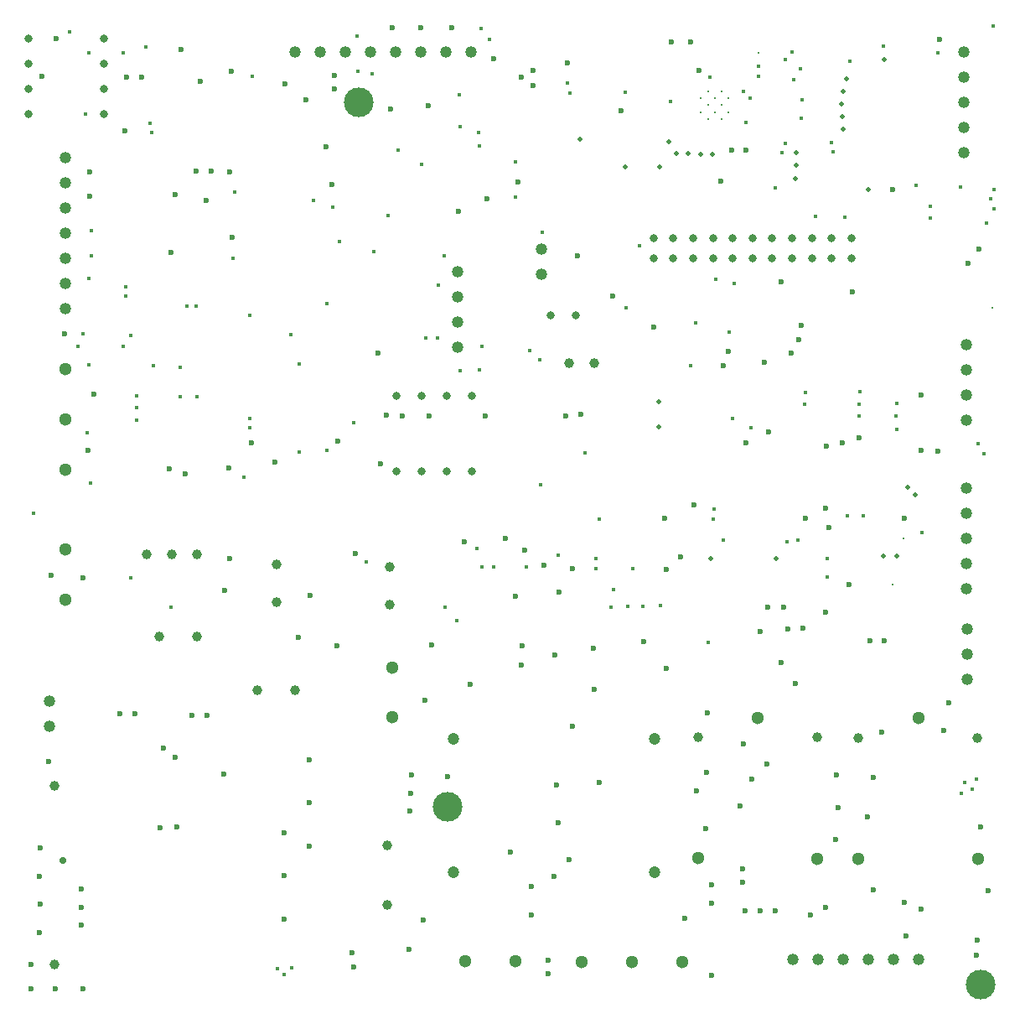
<source format=gbr>
%TF.GenerationSoftware,KiCad,Pcbnew,8.0.2-8.0.2-0~ubuntu22.04.1*%
%TF.CreationDate,2024-05-25T10:02:18+03:30*%
%TF.ProjectId,test,74657374-2e6b-4696-9361-645f70636258,rev?*%
%TF.SameCoordinates,Original*%
%TF.FileFunction,Plated,1,2,PTH,Drill*%
%TF.FilePolarity,Positive*%
%FSLAX46Y46*%
G04 Gerber Fmt 4.6, Leading zero omitted, Abs format (unit mm)*
G04 Created by KiCad (PCBNEW 8.0.2-8.0.2-0~ubuntu22.04.1) date 2024-05-25 10:02:18*
%MOMM*%
%LPD*%
G01*
G04 APERTURE LIST*
%TA.AperFunction,ComponentDrill*%
%ADD10C,0.200000*%
%TD*%
%TA.AperFunction,ViaDrill*%
%ADD11C,0.300000*%
%TD*%
%TA.AperFunction,ViaDrill*%
%ADD12C,0.400000*%
%TD*%
%TA.AperFunction,ViaDrill*%
%ADD13C,0.500000*%
%TD*%
%TA.AperFunction,ComponentDrill*%
%ADD14C,0.500000*%
%TD*%
%TA.AperFunction,ViaDrill*%
%ADD15C,0.600000*%
%TD*%
%TA.AperFunction,ComponentDrill*%
%ADD16C,0.600000*%
%TD*%
%TA.AperFunction,ViaDrill*%
%ADD17C,0.700000*%
%TD*%
%TA.AperFunction,ComponentDrill*%
%ADD18C,0.800000*%
%TD*%
%TA.AperFunction,ComponentDrill*%
%ADD19C,1.000000*%
%TD*%
%TA.AperFunction,ComponentDrill*%
%ADD20C,1.190000*%
%TD*%
%TA.AperFunction,ComponentDrill*%
%ADD21C,1.200000*%
%TD*%
%TA.AperFunction,ComponentDrill*%
%ADD22C,1.300000*%
%TD*%
%TA.AperFunction,ViaDrill*%
%ADD23C,3.000000*%
%TD*%
G04 APERTURE END LIST*
D10*
%TO.C,U1*%
X69460000Y-8060000D03*
X69460000Y-9460000D03*
X70160000Y-7360000D03*
X70160000Y-8760000D03*
X70160000Y-10160000D03*
X70860000Y-8060000D03*
X70860000Y-9460000D03*
X71560000Y-7360000D03*
X71560000Y-8760000D03*
X71560000Y-10160000D03*
X72260000Y-8060000D03*
X72260000Y-9460000D03*
%TD*%
D11*
X75300000Y-3480000D03*
X88820680Y-57161440D03*
X89900000Y-52540000D03*
X98890000Y-29230000D03*
D12*
X2040000Y-50000000D03*
X5690000Y-1360000D03*
X6530000Y-33080000D03*
X7010000Y-31830000D03*
X7240000Y-9650000D03*
X7480000Y-41870000D03*
X7650000Y-26250000D03*
X7650000Y-34980000D03*
X7660000Y-3470000D03*
X7790000Y-46880000D03*
X7840000Y-23950000D03*
X7880000Y-21440000D03*
X11050000Y-3480000D03*
X11090000Y-33140000D03*
X11340000Y-27090000D03*
X11340000Y-28070000D03*
X11830000Y-56530000D03*
X11860000Y-31990000D03*
X12440000Y-38120000D03*
X12440000Y-39260000D03*
X12470000Y-40610000D03*
X13380000Y-2870000D03*
X13820000Y-10600000D03*
X14000000Y-11530000D03*
X14125000Y-35075000D03*
X15910000Y-59490000D03*
X16810000Y-38230000D03*
X16820000Y-35240000D03*
X17500000Y-29050000D03*
X18430000Y-29040000D03*
X18520000Y-38220000D03*
X22150000Y-24240000D03*
X22320000Y-17540000D03*
X23290000Y-46320000D03*
X23870000Y-41340000D03*
X23890000Y-40370000D03*
X23900000Y-29980000D03*
X24090000Y-5850000D03*
X26630000Y-95920000D03*
X27370000Y-96500000D03*
X28060000Y-31940000D03*
X28120000Y-95820000D03*
X28890000Y-34900000D03*
X28890000Y-43800000D03*
X30307029Y-18397805D03*
X31690000Y-28780000D03*
X31700000Y-43640000D03*
X32220000Y-19100000D03*
X32910000Y-22510000D03*
X34360000Y-40830000D03*
X34710000Y-1800000D03*
X34800000Y-5310000D03*
X35620000Y-54850000D03*
X36240000Y-5570000D03*
X36380000Y-23570000D03*
X37860000Y-19880000D03*
X38830000Y-13320000D03*
X41220000Y-14770000D03*
X41660000Y-32240000D03*
X42840000Y-32270000D03*
X42900000Y-26930000D03*
X43480000Y-23940000D03*
X43620000Y-59460000D03*
X44830000Y-60820000D03*
X45020000Y-7690000D03*
X45120000Y-10910000D03*
X45120000Y-35560000D03*
X46810000Y-53490000D03*
X47030000Y-11500000D03*
X47040000Y-12890000D03*
X47100000Y-35490000D03*
X47240000Y-1000000D03*
X47290000Y-55400000D03*
X47340000Y-33140000D03*
X48080000Y-2140000D03*
X48530000Y-55390000D03*
X50700000Y-14530000D03*
X50730000Y-18050000D03*
X51820000Y-55390000D03*
X52140000Y-33550000D03*
X53180000Y-34450000D03*
X53230000Y-47110000D03*
X53440000Y-21580000D03*
X55050000Y-54170000D03*
X55940000Y-6520000D03*
X56220000Y-7520000D03*
X57770000Y-43840000D03*
X58810000Y-54510000D03*
X58850000Y-55600000D03*
X59140000Y-50540000D03*
X60400000Y-59430000D03*
X60600000Y-57640000D03*
X61810000Y-7500000D03*
X61890000Y-29190000D03*
X62070000Y-59390000D03*
X62530000Y-55600000D03*
X63220000Y-23000000D03*
X63580000Y-59360000D03*
X65390000Y-59290000D03*
X66360000Y-8390000D03*
X68390000Y-35060000D03*
X68960000Y-30780000D03*
X70170000Y-62970000D03*
X70380000Y-5970000D03*
X70670000Y-50550000D03*
X70800000Y-49550000D03*
X70950000Y-26350000D03*
X71720000Y-52660000D03*
X72280000Y-31640000D03*
X72650000Y-40430000D03*
X72830000Y-26730000D03*
X73720000Y-7370000D03*
X73970000Y-10520000D03*
X74460000Y-8020000D03*
X74500000Y-41300000D03*
X75230000Y-4870000D03*
X75230000Y-5850000D03*
X76920000Y-17140000D03*
X77640000Y-13580000D03*
X78000000Y-4190000D03*
X78010000Y-12590000D03*
X78110000Y-52880000D03*
X78620000Y-3430000D03*
X78860000Y-6220000D03*
X79220000Y-52690000D03*
X79470000Y-5060000D03*
X79570000Y-10050000D03*
X79690000Y-8230000D03*
X79930000Y-39000000D03*
X79980000Y-37790000D03*
X81020000Y-19960000D03*
X82200000Y-56370000D03*
X82240000Y-54500000D03*
X82650000Y-12510000D03*
X82800000Y-13510000D03*
X83990000Y-20070000D03*
X84240000Y-50260000D03*
X84460000Y-4300000D03*
X85400000Y-40150000D03*
X85440000Y-38940000D03*
X85500000Y-37710000D03*
X85890000Y-50260000D03*
X87920000Y-2790000D03*
X89190000Y-40140000D03*
X89200000Y-41530000D03*
X89210000Y-38860000D03*
X91160000Y-16900000D03*
X91820000Y-51900000D03*
X92630000Y-20130000D03*
X92660000Y-19010000D03*
X93410000Y-3480000D03*
X95700000Y-17060000D03*
X95750000Y-78230000D03*
X96080000Y-77140000D03*
X96890000Y-77860000D03*
X97310000Y-76800000D03*
X97420000Y-42920000D03*
X98060000Y-43920000D03*
X98340000Y-20650000D03*
X98750000Y-18180000D03*
X99000000Y-810000D03*
X99040000Y-19230000D03*
X99060000Y-17250000D03*
D13*
X57210000Y-12220000D03*
X61790000Y-15000000D03*
X65250000Y-15000000D03*
X66176898Y-12500000D03*
X66976898Y-13610000D03*
X68180000Y-13680000D03*
X69390529Y-13694292D03*
X70470000Y-54510000D03*
X70590000Y-13730000D03*
X77050000Y-54550000D03*
X79020000Y-16160000D03*
X79060000Y-13600000D03*
X79060000Y-14860000D03*
X83690000Y-8660000D03*
X83740000Y-9930000D03*
X83780000Y-7390000D03*
X83780000Y-11200000D03*
X84200000Y-6120000D03*
X86350000Y-17260000D03*
X87850000Y-54260000D03*
X87960000Y-4130000D03*
X89240000Y-54260000D03*
X90320000Y-47330000D03*
X91120000Y-48140000D03*
D14*
%TO.C,lse1*%
X65160000Y-38700000D03*
X65160000Y-41240000D03*
%TD*%
D15*
X1750000Y-95490000D03*
X1750000Y-97950000D03*
X2650000Y-86630000D03*
X2650000Y-92290000D03*
X2700000Y-83790000D03*
X2700000Y-89450000D03*
X2840000Y-5900000D03*
X3590000Y-75030000D03*
X3820000Y-56250000D03*
X4270000Y-97970000D03*
X4290000Y-2010000D03*
X5160000Y-31880000D03*
X6830000Y-87910000D03*
X6850000Y-89770000D03*
X6850000Y-91500000D03*
X7020000Y-56490000D03*
X7040000Y-97970000D03*
X7530000Y-43600000D03*
X7705803Y-15542581D03*
X7710000Y-17960000D03*
X8100000Y-37920000D03*
X11260000Y-11400000D03*
X11440000Y-5920000D03*
X12950000Y-5930000D03*
X14820000Y-81700000D03*
X15120000Y-73680000D03*
X15770000Y-45450000D03*
X15920000Y-23670000D03*
X16310000Y-74610000D03*
X16326141Y-17833859D03*
X16540000Y-81660000D03*
X16920000Y-3160000D03*
X17340000Y-46010000D03*
X18440000Y-15430000D03*
X18890000Y-6330000D03*
X19470000Y-18380000D03*
X19980000Y-15415002D03*
X21220000Y-76320000D03*
X21370000Y-57720000D03*
X21800000Y-45370000D03*
X21860000Y-54500000D03*
X21880000Y-15500000D03*
X22030000Y-5380000D03*
X22120000Y-22080000D03*
X24010000Y-42830000D03*
X26458248Y-44801752D03*
X27330000Y-82260000D03*
X27330000Y-86570000D03*
X27330000Y-90920000D03*
X27390000Y-6580000D03*
X28770000Y-62510000D03*
X29510000Y-8250000D03*
X29890000Y-74890000D03*
X29890000Y-79200000D03*
X29890000Y-83550000D03*
X29950000Y-58240000D03*
X31610000Y-13010000D03*
X32150000Y-16780000D03*
X32400000Y-5740000D03*
X32420000Y-7170000D03*
X32680000Y-63350000D03*
X32760000Y-42680000D03*
X34240000Y-94340000D03*
X34340000Y-95740000D03*
X34560000Y-54050000D03*
X36800000Y-33760000D03*
X37120000Y-44940000D03*
X37660000Y-40100000D03*
X38140000Y-9120000D03*
X38230000Y-920000D03*
X39290000Y-40130000D03*
X39940000Y-94020000D03*
X40070000Y-80050000D03*
X40140000Y-78210000D03*
X40240000Y-76360000D03*
X41170000Y-920000D03*
X41380000Y-91030000D03*
X41580000Y-68830000D03*
X41880000Y-8850000D03*
X41960000Y-40180000D03*
X42280000Y-63250000D03*
X43830000Y-76590000D03*
X44300000Y-920000D03*
X44933502Y-19460001D03*
X45510000Y-52890000D03*
X46140000Y-67280000D03*
X47670000Y-40170000D03*
X47870000Y-18200000D03*
X48490000Y-4100000D03*
X49740000Y-52490000D03*
X50220000Y-84140000D03*
X50720000Y-58370000D03*
X51000000Y-16500000D03*
X51270000Y-65300000D03*
X51300000Y-5910000D03*
X51430000Y-63350000D03*
X51610000Y-53680000D03*
X52290000Y-90560000D03*
X52330000Y-87680000D03*
X52480000Y-6820000D03*
X52500000Y-5280000D03*
X53610000Y-55210000D03*
X54000000Y-95090000D03*
X54040000Y-96470000D03*
X54580000Y-86600000D03*
X54670000Y-64260000D03*
X54840000Y-77420000D03*
X55030000Y-81170000D03*
X55150000Y-57940000D03*
X55760000Y-40110000D03*
X56000000Y-4500000D03*
X56130000Y-84900000D03*
X56450000Y-55590000D03*
X56500000Y-71500000D03*
X57000000Y-24000000D03*
X57360000Y-39960000D03*
X58560000Y-63640000D03*
X58690000Y-67750000D03*
X59140000Y-77170000D03*
X60500000Y-28000000D03*
X61360000Y-9290000D03*
X63690000Y-62900000D03*
X64653248Y-31183248D03*
X65800000Y-50440000D03*
X65924860Y-55674787D03*
X65990000Y-65600000D03*
X66490000Y-2370000D03*
X67410000Y-54370000D03*
X67850000Y-90860000D03*
X68440000Y-2350000D03*
X68740000Y-49090000D03*
X69040000Y-78030000D03*
X69274294Y-5250458D03*
X69920000Y-81770000D03*
X69990000Y-76130000D03*
X70110000Y-70120000D03*
X70530000Y-89380000D03*
X70540000Y-87450000D03*
X70540000Y-96600000D03*
X71500000Y-16450000D03*
X71700000Y-35080000D03*
X72230000Y-33600000D03*
X72560000Y-13300000D03*
X73400000Y-79500000D03*
X73640000Y-85830000D03*
X73640000Y-87260000D03*
X73780000Y-73270000D03*
X73930000Y-90080000D03*
X73980000Y-13280000D03*
X74000000Y-42880000D03*
X74620000Y-76800000D03*
X75430000Y-61890000D03*
X75460000Y-90120000D03*
X75830000Y-34690000D03*
X76130000Y-75270000D03*
X76180000Y-59450000D03*
X76270000Y-41730000D03*
X76990000Y-90120000D03*
X77560000Y-65050000D03*
X77570000Y-26560000D03*
X77830000Y-59450000D03*
X78200000Y-61630000D03*
X78610000Y-33820000D03*
X78980000Y-67120000D03*
X79300000Y-32410000D03*
X79590000Y-30990000D03*
X79790000Y-61610000D03*
X80000000Y-50500000D03*
X80560000Y-90530000D03*
X82000000Y-49500000D03*
X82000000Y-60000000D03*
X82080000Y-89730000D03*
X82140000Y-43220000D03*
X82350000Y-51440000D03*
X83090000Y-82870000D03*
X83160000Y-76400000D03*
X83290000Y-79660000D03*
X83710000Y-42850000D03*
X84433248Y-57203248D03*
X84760000Y-27640000D03*
X85430000Y-42380000D03*
X86260000Y-80650000D03*
X86490000Y-62870000D03*
X86890000Y-76620000D03*
X86900000Y-87980000D03*
X87740000Y-72040000D03*
X87940000Y-62850000D03*
X88838248Y-17298248D03*
X89980000Y-50500000D03*
X90040000Y-89250000D03*
X90180000Y-92680000D03*
X91690000Y-43650000D03*
X91720000Y-89960000D03*
X91730000Y-38040000D03*
X93350000Y-43680000D03*
X93530000Y-2100000D03*
X93940000Y-71890000D03*
X94480000Y-69120000D03*
X96460000Y-24710000D03*
X97320000Y-94560000D03*
X97330000Y-93060000D03*
X97560000Y-23260000D03*
X97710000Y-81630000D03*
X98470000Y-88110000D03*
D16*
%TO.C,C1*%
X10770000Y-70230000D03*
X12270000Y-70230000D03*
%TO.C,C2*%
X18040000Y-70390000D03*
X19540000Y-70390000D03*
%TD*%
D17*
X5000000Y-85000000D03*
D18*
%TO.C,HS1*%
X1500000Y-2090000D03*
X1500000Y-4630000D03*
X1500000Y-7170000D03*
X1500000Y-9710000D03*
X9120000Y-2090000D03*
X9120000Y-4630000D03*
X9120000Y-7170000D03*
X9120000Y-9710000D03*
%TO.C,HS2*%
X38690000Y-38132500D03*
X38690000Y-45752500D03*
X41230000Y-38132500D03*
X41230000Y-45752500D03*
X43770000Y-38132500D03*
X43770000Y-45752500D03*
X46310000Y-38132500D03*
X46310000Y-45752500D03*
%TO.C,IO3S*%
X54250000Y-30000000D03*
X56790000Y-30000000D03*
%TO.C,espio1*%
X64660000Y-22210000D03*
X64660000Y-24210000D03*
X66660000Y-22210000D03*
X66660000Y-24210000D03*
X68660000Y-22210000D03*
X68660000Y-24210000D03*
X70660000Y-22210000D03*
X70660000Y-24210000D03*
X72660000Y-22210000D03*
X72660000Y-24210000D03*
X74660000Y-22210000D03*
X74660000Y-24210000D03*
X76660000Y-22210000D03*
X76660000Y-24210000D03*
X78660000Y-22210000D03*
X78660000Y-24210000D03*
X80660000Y-22210000D03*
X80660000Y-24210000D03*
X82660000Y-22210000D03*
X82660000Y-24210000D03*
X84660000Y-22210000D03*
X84660000Y-24210000D03*
D19*
%TO.C,PS1*%
X4157500Y-77487500D03*
X4157500Y-95487500D03*
%TO.C,pwrsel*%
X13495000Y-54150000D03*
%TO.C,crs2*%
X14730000Y-62380000D03*
%TO.C,pwrsel*%
X16035000Y-54150000D03*
%TO.C,crs2*%
X18530000Y-62380000D03*
%TO.C,pwrsel*%
X18575000Y-54150000D03*
%TO.C,crs1*%
X24670000Y-67850000D03*
%TO.C,cr3*%
X26550000Y-55165354D03*
X26550000Y-58965354D03*
%TO.C,crs1*%
X28470000Y-67850000D03*
%TO.C,PS1*%
X37757500Y-83487500D03*
X37757500Y-89487500D03*
%TO.C,cr2*%
X37980000Y-55430000D03*
X37980000Y-59230000D03*
%TO.C,mcur1*%
X56125000Y-34820000D03*
X58665000Y-34820000D03*
%TO.C,relay2*%
X69160000Y-72590000D03*
X81160000Y-72590000D03*
%TO.C,relay1*%
X85370000Y-72620000D03*
X97370000Y-72620000D03*
D20*
%TO.C,24in*%
X3680000Y-68950000D03*
X3680000Y-71490000D03*
%TO.C,DIN*%
X5250000Y-14100000D03*
X5250000Y-16640000D03*
X5250000Y-19180000D03*
X5250000Y-21720000D03*
X5250000Y-24260000D03*
X5250000Y-26800000D03*
X5250000Y-29340000D03*
%TO.C,DDO1*%
X28440000Y-3380000D03*
X30980000Y-3380000D03*
X33520000Y-3380000D03*
X36060000Y-3380000D03*
X38600000Y-3380000D03*
X41140000Y-3380000D03*
X43680000Y-3380000D03*
%TO.C,iso5*%
X44900000Y-25560000D03*
X44900000Y-28100000D03*
X44900000Y-30640000D03*
X44900000Y-33180000D03*
%TO.C,DDO1*%
X46220000Y-3380000D03*
%TO.C,usb1*%
X53360000Y-23300000D03*
X53360000Y-25840000D03*
%TO.C,Relay Out*%
X78700000Y-95000000D03*
X81240000Y-95000000D03*
X83780000Y-95000000D03*
X86320000Y-95000000D03*
X88860000Y-95000000D03*
X91400000Y-95000000D03*
%TO.C,eprg1*%
X96000000Y-3420000D03*
X96000000Y-5960000D03*
X96000000Y-8500000D03*
X96000000Y-11040000D03*
X96000000Y-13580000D03*
%TO.C,OLED1*%
X96270000Y-32950000D03*
X96270000Y-35490000D03*
X96270000Y-38030000D03*
X96270000Y-40570000D03*
%TO.C,stprg*%
X96290000Y-47440000D03*
X96290000Y-49980000D03*
X96290000Y-52520000D03*
X96290000Y-55060000D03*
X96290000Y-57600000D03*
%TO.C,AIN1*%
X96330000Y-61670000D03*
X96330000Y-64210000D03*
X96330000Y-66750000D03*
D21*
%TO.C,rb2*%
X44480000Y-72770000D03*
%TO.C,rb1*%
X44480000Y-86220000D03*
%TO.C,rb2*%
X64800000Y-72770000D03*
%TO.C,rb1*%
X64800000Y-86220000D03*
D22*
%TO.C,thermo*%
X5270000Y-53580000D03*
X5270000Y-58660000D03*
%TO.C,modbus*%
X5290000Y-35410000D03*
X5290000Y-40490000D03*
X5290000Y-45570000D03*
%TO.C,L24*%
X38240000Y-65520000D03*
X38240000Y-70520000D03*
%TO.C,acin1*%
X45615000Y-95180000D03*
X50695000Y-95180000D03*
%TO.C,220in1*%
X57410000Y-95230000D03*
X62490000Y-95230000D03*
X67570000Y-95230000D03*
%TO.C,relay2*%
X69160000Y-84790000D03*
X75210000Y-70640000D03*
X81210000Y-84840000D03*
%TO.C,relay1*%
X85370000Y-84820000D03*
X91420000Y-70670000D03*
X97420000Y-84870000D03*
%TD*%
D23*
X34850000Y-8480000D03*
X43830000Y-79580000D03*
X97680000Y-97570000D03*
M02*

</source>
